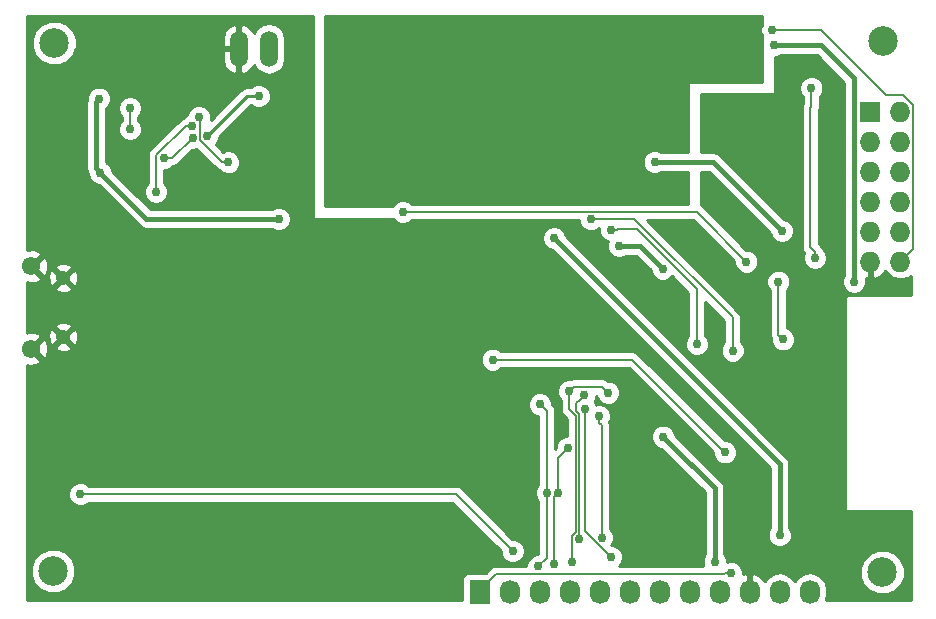
<source format=gbl>
G04 #@! TF.FileFunction,Copper,L2,Bot,Signal*
%FSLAX46Y46*%
G04 Gerber Fmt 4.6, Leading zero omitted, Abs format (unit mm)*
G04 Created by KiCad (PCBNEW 4.0.4+e1-6308~48~ubuntu16.04.1-stable) date Fri Oct  7 16:46:28 2016*
%MOMM*%
%LPD*%
G01*
G04 APERTURE LIST*
%ADD10C,0.150000*%
%ADD11R,1.727200X2.032000*%
%ADD12O,1.727200X2.032000*%
%ADD13C,2.500000*%
%ADD14O,1.506220X3.014980*%
%ADD15C,1.250000*%
%ADD16C,1.550000*%
%ADD17R,1.727200X1.727200*%
%ADD18O,1.727200X1.727200*%
%ADD19C,0.762000*%
%ADD20C,0.381000*%
%ADD21C,0.152400*%
%ADD22C,0.254000*%
G04 APERTURE END LIST*
D10*
D11*
X89800000Y-85800000D03*
D12*
X92340000Y-85800000D03*
X94880000Y-85800000D03*
X97420000Y-85800000D03*
X99960000Y-85800000D03*
X102500000Y-85800000D03*
X105040000Y-85800000D03*
X107580000Y-85800000D03*
X110120000Y-85800000D03*
X112660000Y-85800000D03*
X115200000Y-85800000D03*
X117740000Y-85800000D03*
D13*
X124000000Y-39100000D03*
X123900000Y-84100000D03*
X53700000Y-84000000D03*
X53800000Y-39300000D03*
D14*
X71970000Y-39800000D03*
X69430000Y-39800000D03*
D15*
X54562540Y-59199100D03*
X54562540Y-64199100D03*
D16*
X51862540Y-58199100D03*
X51862540Y-65199100D03*
D17*
X122900000Y-45100000D03*
D18*
X125440000Y-45100000D03*
X122900000Y-47640000D03*
X125440000Y-47640000D03*
X122900000Y-50180000D03*
X125440000Y-50180000D03*
X122900000Y-52720000D03*
X125440000Y-52720000D03*
X122900000Y-55260000D03*
X125440000Y-55260000D03*
X122900000Y-57800000D03*
X125440000Y-57800000D03*
D19*
X105321853Y-72617722D03*
X105291211Y-58396818D03*
X72800000Y-54200006D03*
X101599976Y-56500000D03*
X109700000Y-83200000D03*
X57600000Y-44000000D03*
X57700000Y-50300000D03*
X116000000Y-52000000D03*
X93700000Y-79300000D03*
X93000000Y-70000000D03*
X93000000Y-70000000D03*
X124500000Y-80100000D03*
X100459558Y-51534766D03*
X98100000Y-51100000D03*
X95693675Y-50874675D03*
X92450000Y-50250000D03*
X79300000Y-46300000D03*
X118800000Y-45900000D03*
X117000000Y-40700000D03*
X107723450Y-57627188D03*
X101800004Y-78100000D03*
X62900000Y-43019000D03*
X64400000Y-50322480D03*
X110475898Y-43956898D03*
X80000000Y-83000000D03*
X79500000Y-80000000D03*
X87500000Y-67546756D03*
X65100000Y-64300000D03*
X75400000Y-60000000D03*
X69529063Y-57770937D03*
X73600000Y-50700000D03*
X114700000Y-39500000D03*
X121500000Y-59500000D03*
X100900000Y-55100000D03*
X108200000Y-64800000D03*
X98686009Y-69120077D03*
X98235658Y-81300000D03*
X92600000Y-82300000D03*
X56000000Y-77500000D03*
X111220960Y-65341160D03*
X99200000Y-54226485D03*
X115400000Y-55200000D03*
X104626414Y-49372935D03*
X117900000Y-43100000D03*
X118200000Y-57500000D03*
X115200000Y-80977740D03*
X96100000Y-55800000D03*
X98700000Y-70286773D03*
X100900000Y-82800000D03*
X97390390Y-68784814D03*
X100700000Y-68900000D03*
X97595109Y-83252649D03*
X100131058Y-81168938D03*
X99900000Y-70900000D03*
X95490380Y-77376090D03*
X94900000Y-69900000D03*
X94783210Y-83619238D03*
X111099996Y-84200000D03*
X83300000Y-53600000D03*
X112400000Y-57800000D03*
X110561551Y-73954750D03*
X90900000Y-66100000D03*
X114600000Y-38200000D03*
X66719221Y-47179836D03*
X71100000Y-43800000D03*
X60199992Y-44800000D03*
X60200000Y-46600000D03*
X63100000Y-49000000D03*
X65500000Y-47300000D03*
X65495076Y-46285602D03*
X62400000Y-51900000D03*
X66036383Y-45548625D03*
X68500000Y-49400000D03*
X96425845Y-77376090D03*
X97253991Y-73600000D03*
X96100000Y-83400000D03*
X115100000Y-59500000D03*
X115500000Y-64400000D03*
D20*
X101599976Y-56500000D02*
X103394393Y-56500000D01*
X109700000Y-76995869D02*
X105702852Y-72998721D01*
X109700000Y-83200000D02*
X109700000Y-76995869D01*
X105702852Y-72998721D02*
X105321853Y-72617722D01*
X104910212Y-58015819D02*
X105291211Y-58396818D01*
X103394393Y-56500000D02*
X104910212Y-58015819D01*
X72261185Y-54200006D02*
X72800000Y-54200006D01*
X61600006Y-54200006D02*
X72261185Y-54200006D01*
X57700000Y-50300000D02*
X61600006Y-54200006D01*
X57319001Y-44280999D02*
X57600000Y-44000000D01*
X57319001Y-49919001D02*
X57319001Y-44280999D01*
X57700000Y-50300000D02*
X57319001Y-49919001D01*
X114700000Y-39500000D02*
X118700000Y-39500000D01*
X121500000Y-59500000D02*
X121500000Y-42300000D01*
X121500000Y-42300000D02*
X118700000Y-39500000D01*
D21*
X100900000Y-55100000D02*
X101438815Y-55100000D01*
X101438815Y-55100000D02*
X101454836Y-55083979D01*
X101454836Y-55083979D02*
X103132231Y-55083979D01*
X103132231Y-55083979D02*
X108200000Y-60151748D01*
X108200000Y-60151748D02*
X108200000Y-64800000D01*
X98006023Y-69800063D02*
X98305010Y-69501076D01*
X98305010Y-69501076D02*
X98686009Y-69120077D01*
X98006023Y-70495024D02*
X98006023Y-69800063D01*
X98235658Y-81300000D02*
X98235658Y-70724659D01*
X98235658Y-70724659D02*
X98006023Y-70495024D01*
X56000000Y-77500000D02*
X87800000Y-77500000D01*
X87800000Y-77500000D02*
X92600000Y-82300000D01*
X111220960Y-62536455D02*
X111220960Y-64802345D01*
X111220960Y-64802345D02*
X111220960Y-65341160D01*
X102910990Y-54226485D02*
X111220960Y-62536455D01*
X99200000Y-54226485D02*
X102910990Y-54226485D01*
D20*
X104626414Y-49372935D02*
X109572935Y-49372935D01*
X115019001Y-54819001D02*
X115400000Y-55200000D01*
X109572935Y-49372935D02*
X115019001Y-54819001D01*
D21*
X117900000Y-43100000D02*
X117900000Y-44700000D01*
X117900000Y-44700000D02*
X117800000Y-44800000D01*
X117800000Y-56561185D02*
X117800000Y-44800000D01*
X118200000Y-57500000D02*
X118200000Y-56961185D01*
X118200000Y-56961185D02*
X117800000Y-56561185D01*
D20*
X115200000Y-80977740D02*
X115200000Y-74900000D01*
X115200000Y-74900000D02*
X96100000Y-55800000D01*
D21*
X100900000Y-82800000D02*
X98700000Y-80600000D01*
X98700000Y-80600000D02*
X98700000Y-70286773D01*
X97930847Y-80702599D02*
X97930847Y-70850915D01*
X97595109Y-81038337D02*
X97930847Y-80702599D01*
X97595109Y-83252649D02*
X97595109Y-81038337D01*
X97771389Y-68403815D02*
X97390390Y-68784814D01*
X100700000Y-68900000D02*
X100203815Y-68403815D01*
X97390390Y-69323629D02*
X97390390Y-68784814D01*
X97390390Y-70310458D02*
X97390390Y-69323629D01*
X97930847Y-70850915D02*
X97390390Y-70310458D01*
X100203815Y-68403815D02*
X97771389Y-68403815D01*
X99900000Y-71438815D02*
X100131058Y-71669873D01*
X100131058Y-71669873D02*
X100131058Y-81168938D01*
X99900000Y-70900000D02*
X99900000Y-71438815D01*
X94783210Y-83619238D02*
X95490380Y-82912068D01*
X95490380Y-77914905D02*
X95490380Y-77376090D01*
X94900000Y-69900000D02*
X95490380Y-70490380D01*
X95490380Y-70490380D02*
X95490380Y-76837275D01*
X95490380Y-76837275D02*
X95490380Y-77376090D01*
X95490380Y-82912068D02*
X95490380Y-77914905D01*
X110488960Y-84272221D02*
X110561181Y-84200000D01*
X89800000Y-85800000D02*
X89800000Y-85647600D01*
X110561181Y-84200000D02*
X111099996Y-84200000D01*
X89800000Y-85647600D02*
X91175379Y-84272221D01*
X91175379Y-84272221D02*
X110488960Y-84272221D01*
X83838815Y-53600000D02*
X83300000Y-53600000D01*
X108200000Y-53600000D02*
X83838815Y-53600000D01*
X112400000Y-57800000D02*
X108200000Y-53600000D01*
X110180552Y-73573751D02*
X110561551Y-73954750D01*
X90900000Y-66100000D02*
X102706801Y-66100000D01*
X102706801Y-66100000D02*
X110180552Y-73573751D01*
X114600000Y-38200000D02*
X118700000Y-38200000D01*
X124227480Y-43727480D02*
X125683938Y-43727480D01*
X118700000Y-38200000D02*
X124227480Y-43727480D01*
X125683938Y-43727480D02*
X126532201Y-44575743D01*
X126532201Y-44575743D02*
X126532201Y-56707799D01*
X126532201Y-56707799D02*
X125440000Y-57800000D01*
D22*
X71100000Y-43800000D02*
X70099057Y-43800000D01*
X67100220Y-46798837D02*
X66719221Y-47179836D01*
X70099057Y-43800000D02*
X67100220Y-46798837D01*
D21*
X60200000Y-44800008D02*
X60199992Y-44800000D01*
X60200000Y-46600000D02*
X60200000Y-44800008D01*
X65500000Y-47300000D02*
X63800000Y-49000000D01*
X63800000Y-49000000D02*
X63100000Y-49000000D01*
X64912188Y-46285602D02*
X64956261Y-46285602D01*
X62400000Y-48797790D02*
X64912188Y-46285602D01*
X62400000Y-51900000D02*
X62400000Y-48797790D01*
X64956261Y-46285602D02*
X65495076Y-46285602D01*
X66109601Y-47548416D02*
X66109601Y-45621843D01*
X67961185Y-49400000D02*
X66109601Y-47548416D01*
X68500000Y-49400000D02*
X67961185Y-49400000D01*
X66109601Y-45621843D02*
X66036383Y-45548625D01*
X96100000Y-77701935D02*
X96425845Y-77376090D01*
X96100000Y-83400000D02*
X96100000Y-77701935D01*
X96425845Y-76837275D02*
X96425845Y-77376090D01*
X96425845Y-74428146D02*
X96425845Y-76837275D01*
X97253991Y-73600000D02*
X96425845Y-74428146D01*
X115500000Y-64400000D02*
X115100000Y-64000000D01*
X115100000Y-64000000D02*
X115100000Y-59500000D01*
D22*
G36*
X75673000Y-54100000D02*
X75683006Y-54149410D01*
X75711447Y-54191035D01*
X75753841Y-54218315D01*
X75800000Y-54227000D01*
X82490318Y-54227000D01*
X82723731Y-54460821D01*
X83097018Y-54615824D01*
X83501208Y-54616176D01*
X83874766Y-54461825D01*
X84025654Y-54311200D01*
X98183925Y-54311200D01*
X98183824Y-54427693D01*
X98338175Y-54801251D01*
X98623731Y-55087306D01*
X98997018Y-55242309D01*
X99401208Y-55242661D01*
X99774766Y-55088310D01*
X99884104Y-54979162D01*
X99883824Y-55301208D01*
X100038175Y-55674766D01*
X100323731Y-55960821D01*
X100664924Y-56102497D01*
X100584152Y-56297018D01*
X100583800Y-56701208D01*
X100738151Y-57074766D01*
X101023707Y-57360821D01*
X101396994Y-57515824D01*
X101801184Y-57516176D01*
X102174742Y-57361825D01*
X102211130Y-57325500D01*
X103052459Y-57325500D01*
X104275078Y-58548118D01*
X104275035Y-58598026D01*
X104429386Y-58971584D01*
X104714942Y-59257639D01*
X105088229Y-59412642D01*
X105492419Y-59412994D01*
X105865977Y-59258643D01*
X106083732Y-59041268D01*
X107488800Y-60446337D01*
X107488800Y-64074371D01*
X107339179Y-64223731D01*
X107184176Y-64597018D01*
X107183824Y-65001208D01*
X107338175Y-65374766D01*
X107623731Y-65660821D01*
X107997018Y-65815824D01*
X108401208Y-65816176D01*
X108774766Y-65661825D01*
X109060821Y-65376269D01*
X109215824Y-65002982D01*
X109216176Y-64598792D01*
X109061825Y-64225234D01*
X108911200Y-64074346D01*
X108911200Y-61232484D01*
X110509760Y-62831044D01*
X110509760Y-64615531D01*
X110360139Y-64764891D01*
X110205136Y-65138178D01*
X110204784Y-65542368D01*
X110359135Y-65915926D01*
X110644691Y-66201981D01*
X111017978Y-66356984D01*
X111422168Y-66357336D01*
X111795726Y-66202985D01*
X112081781Y-65917429D01*
X112236784Y-65544142D01*
X112237136Y-65139952D01*
X112082785Y-64766394D01*
X111932160Y-64615506D01*
X111932160Y-62536455D01*
X111878023Y-62264291D01*
X111878023Y-62264290D01*
X111723854Y-62033560D01*
X109391502Y-59701208D01*
X114083824Y-59701208D01*
X114238175Y-60074766D01*
X114388800Y-60225654D01*
X114388800Y-64000000D01*
X114442937Y-64272165D01*
X114484057Y-64333705D01*
X114483824Y-64601208D01*
X114638175Y-64974766D01*
X114923731Y-65260821D01*
X115297018Y-65415824D01*
X115701208Y-65416176D01*
X116074766Y-65261825D01*
X116360821Y-64976269D01*
X116515824Y-64602982D01*
X116516176Y-64198792D01*
X116361825Y-63825234D01*
X116076269Y-63539179D01*
X115811200Y-63429112D01*
X115811200Y-60225629D01*
X115960821Y-60076269D01*
X116115824Y-59702982D01*
X116116176Y-59298792D01*
X115961825Y-58925234D01*
X115676269Y-58639179D01*
X115302982Y-58484176D01*
X114898792Y-58483824D01*
X114525234Y-58638175D01*
X114239179Y-58923731D01*
X114084176Y-59297018D01*
X114083824Y-59701208D01*
X109391502Y-59701208D01*
X104001493Y-54311200D01*
X107905412Y-54311200D01*
X111384008Y-57789796D01*
X111383824Y-58001208D01*
X111538175Y-58374766D01*
X111823731Y-58660821D01*
X112197018Y-58815824D01*
X112601208Y-58816176D01*
X112974766Y-58661825D01*
X113260821Y-58376269D01*
X113415824Y-58002982D01*
X113416176Y-57598792D01*
X113261825Y-57225234D01*
X112976269Y-56939179D01*
X112602982Y-56784176D01*
X112389778Y-56783990D01*
X108702894Y-53097106D01*
X108527000Y-52979577D01*
X108527000Y-50198435D01*
X109231001Y-50198435D01*
X114383867Y-55351300D01*
X114383824Y-55401208D01*
X114538175Y-55774766D01*
X114823731Y-56060821D01*
X115197018Y-56215824D01*
X115601208Y-56216176D01*
X115974766Y-56061825D01*
X116260821Y-55776269D01*
X116415824Y-55402982D01*
X116416176Y-54998792D01*
X116261825Y-54625234D01*
X115976269Y-54339179D01*
X115602982Y-54184176D01*
X115551564Y-54184131D01*
X110156652Y-48789218D01*
X109888841Y-48610272D01*
X109572935Y-48547435D01*
X108527000Y-48547435D01*
X108527000Y-43627000D01*
X114700000Y-43627000D01*
X114749410Y-43616994D01*
X114791035Y-43588553D01*
X114818315Y-43546159D01*
X114827000Y-43500000D01*
X114827000Y-43301208D01*
X116883824Y-43301208D01*
X117038175Y-43674766D01*
X117188800Y-43825654D01*
X117188800Y-44459197D01*
X117142937Y-44527835D01*
X117116285Y-44661825D01*
X117088800Y-44800000D01*
X117088800Y-56561185D01*
X117142937Y-56833350D01*
X117287112Y-57049122D01*
X117184176Y-57297018D01*
X117183824Y-57701208D01*
X117338175Y-58074766D01*
X117623731Y-58360821D01*
X117997018Y-58515824D01*
X118401208Y-58516176D01*
X118774766Y-58361825D01*
X119060821Y-58076269D01*
X119215824Y-57702982D01*
X119216176Y-57298792D01*
X119061825Y-56925234D01*
X118864787Y-56727852D01*
X118857063Y-56689021D01*
X118771646Y-56561185D01*
X118702894Y-56458290D01*
X118511200Y-56266596D01*
X118511200Y-45040803D01*
X118557063Y-44972164D01*
X118611200Y-44700000D01*
X118611200Y-43825629D01*
X118760821Y-43676269D01*
X118915824Y-43302982D01*
X118916176Y-42898792D01*
X118761825Y-42525234D01*
X118476269Y-42239179D01*
X118102982Y-42084176D01*
X117698792Y-42083824D01*
X117325234Y-42238175D01*
X117039179Y-42523731D01*
X116884176Y-42897018D01*
X116883824Y-43301208D01*
X114827000Y-43301208D01*
X114827000Y-40516111D01*
X114901208Y-40516176D01*
X115274766Y-40361825D01*
X115311154Y-40325500D01*
X118358066Y-40325500D01*
X120674500Y-42641934D01*
X120674500Y-58888472D01*
X120639179Y-58923731D01*
X120484176Y-59297018D01*
X120483824Y-59701208D01*
X120638175Y-60074766D01*
X120923731Y-60360821D01*
X121297018Y-60515824D01*
X121701208Y-60516176D01*
X122074766Y-60361825D01*
X122360821Y-60076269D01*
X122515824Y-59702982D01*
X122516176Y-59298792D01*
X122487764Y-59230030D01*
X122540973Y-59254968D01*
X122773000Y-59134469D01*
X122773000Y-57927000D01*
X122753000Y-57927000D01*
X122753000Y-57673000D01*
X122773000Y-57673000D01*
X122773000Y-57653000D01*
X123027000Y-57653000D01*
X123027000Y-57673000D01*
X123047000Y-57673000D01*
X123047000Y-57927000D01*
X123027000Y-57927000D01*
X123027000Y-59134469D01*
X123259027Y-59254968D01*
X123788490Y-59006821D01*
X124170008Y-58588839D01*
X124350971Y-58859670D01*
X124837152Y-59184526D01*
X125410641Y-59298600D01*
X125469359Y-59298600D01*
X126042848Y-59184526D01*
X126325000Y-58995998D01*
X126325000Y-60673000D01*
X120900000Y-60673000D01*
X120850590Y-60683006D01*
X120808965Y-60711447D01*
X120781685Y-60753841D01*
X120773000Y-60800000D01*
X120773000Y-78800000D01*
X120783006Y-78849410D01*
X120811447Y-78891035D01*
X120853841Y-78918315D01*
X120900000Y-78927000D01*
X126325000Y-78927000D01*
X126325000Y-86435000D01*
X119149039Y-86435000D01*
X119238600Y-85984745D01*
X119238600Y-85615255D01*
X119124526Y-85041766D01*
X118799670Y-84555585D01*
X118676530Y-84473305D01*
X122014674Y-84473305D01*
X122301043Y-85166372D01*
X122830839Y-85697093D01*
X123523405Y-85984672D01*
X124273305Y-85985326D01*
X124966372Y-85698957D01*
X125497093Y-85169161D01*
X125784672Y-84476595D01*
X125785326Y-83726695D01*
X125498957Y-83033628D01*
X124969161Y-82502907D01*
X124276595Y-82215328D01*
X123526695Y-82214674D01*
X122833628Y-82501043D01*
X122302907Y-83030839D01*
X122015328Y-83723405D01*
X122014674Y-84473305D01*
X118676530Y-84473305D01*
X118313489Y-84230729D01*
X117740000Y-84116655D01*
X117166511Y-84230729D01*
X116680330Y-84555585D01*
X116470000Y-84870366D01*
X116259670Y-84555585D01*
X115773489Y-84230729D01*
X115200000Y-84116655D01*
X114626511Y-84230729D01*
X114140330Y-84555585D01*
X113933539Y-84865069D01*
X113562036Y-84449268D01*
X113034791Y-84195291D01*
X113019026Y-84192642D01*
X112787000Y-84313783D01*
X112787000Y-85673000D01*
X112807000Y-85673000D01*
X112807000Y-85927000D01*
X112787000Y-85927000D01*
X112787000Y-85947000D01*
X112533000Y-85947000D01*
X112533000Y-85927000D01*
X112513000Y-85927000D01*
X112513000Y-85673000D01*
X112533000Y-85673000D01*
X112533000Y-84313783D01*
X112300974Y-84192642D01*
X112285209Y-84195291D01*
X112115930Y-84276834D01*
X112116172Y-83998792D01*
X111961821Y-83625234D01*
X111676265Y-83339179D01*
X111302978Y-83184176D01*
X110898788Y-83183824D01*
X110715949Y-83259371D01*
X110716176Y-82998792D01*
X110561825Y-82625234D01*
X110525500Y-82588846D01*
X110525500Y-76995874D01*
X110525501Y-76995869D01*
X110462663Y-76679963D01*
X110283717Y-76412152D01*
X106337986Y-72466421D01*
X106338029Y-72416514D01*
X106183678Y-72042956D01*
X105898122Y-71756901D01*
X105524835Y-71601898D01*
X105120645Y-71601546D01*
X104747087Y-71755897D01*
X104461032Y-72041453D01*
X104306029Y-72414740D01*
X104305677Y-72818930D01*
X104460028Y-73192488D01*
X104745584Y-73478543D01*
X105118871Y-73633546D01*
X105170288Y-73633591D01*
X108874500Y-77337803D01*
X108874500Y-82588472D01*
X108839179Y-82623731D01*
X108684176Y-82997018D01*
X108683824Y-83401208D01*
X108749857Y-83561021D01*
X101575746Y-83561021D01*
X101760821Y-83376269D01*
X101915824Y-83002982D01*
X101916176Y-82598792D01*
X101761825Y-82225234D01*
X101476269Y-81939179D01*
X101102982Y-81784176D01*
X100952973Y-81784045D01*
X100991879Y-81745207D01*
X101146882Y-81371920D01*
X101147234Y-80967730D01*
X100992883Y-80594172D01*
X100842258Y-80443284D01*
X100842258Y-71669873D01*
X100789844Y-71406373D01*
X100915824Y-71102982D01*
X100916176Y-70698792D01*
X100761825Y-70325234D01*
X100476269Y-70039179D01*
X100102982Y-69884176D01*
X99698792Y-69883824D01*
X99642439Y-69907108D01*
X99561825Y-69712007D01*
X99546510Y-69696665D01*
X99546830Y-69696346D01*
X99701833Y-69323059D01*
X99701988Y-69145168D01*
X99838175Y-69474766D01*
X100123731Y-69760821D01*
X100497018Y-69915824D01*
X100901208Y-69916176D01*
X101274766Y-69761825D01*
X101560821Y-69476269D01*
X101715824Y-69102982D01*
X101716176Y-68698792D01*
X101561825Y-68325234D01*
X101276269Y-68039179D01*
X100902982Y-67884176D01*
X100681360Y-67883983D01*
X100475980Y-67746752D01*
X100203815Y-67692615D01*
X97771389Y-67692615D01*
X97499224Y-67746752D01*
X97466109Y-67768879D01*
X97189182Y-67768638D01*
X96815624Y-67922989D01*
X96529569Y-68208545D01*
X96374566Y-68581832D01*
X96374214Y-68986022D01*
X96528565Y-69359580D01*
X96679190Y-69510468D01*
X96679190Y-70310458D01*
X96733327Y-70582623D01*
X96887496Y-70813352D01*
X97219647Y-71145504D01*
X97219647Y-72583969D01*
X97052783Y-72583824D01*
X96679225Y-72738175D01*
X96393170Y-73023731D01*
X96238167Y-73397018D01*
X96237981Y-73610221D01*
X96201580Y-73646623D01*
X96201580Y-70490380D01*
X96147443Y-70218216D01*
X96069261Y-70101208D01*
X95993274Y-69987485D01*
X95915992Y-69910203D01*
X95916176Y-69698792D01*
X95761825Y-69325234D01*
X95476269Y-69039179D01*
X95102982Y-68884176D01*
X94698792Y-68883824D01*
X94325234Y-69038175D01*
X94039179Y-69323731D01*
X93884176Y-69697018D01*
X93883824Y-70101208D01*
X94038175Y-70474766D01*
X94323731Y-70760821D01*
X94697018Y-70915824D01*
X94779180Y-70915896D01*
X94779180Y-76650461D01*
X94629559Y-76799821D01*
X94474556Y-77173108D01*
X94474204Y-77577298D01*
X94628555Y-77950856D01*
X94779180Y-78101744D01*
X94779180Y-82603234D01*
X94582002Y-82603062D01*
X94208444Y-82757413D01*
X93922389Y-83042969D01*
X93767386Y-83416256D01*
X93767260Y-83561021D01*
X91175379Y-83561021D01*
X90903215Y-83615158D01*
X90672485Y-83769326D01*
X90305251Y-84136560D01*
X88936400Y-84136560D01*
X88701083Y-84180838D01*
X88484959Y-84319910D01*
X88339969Y-84532110D01*
X88288960Y-84784000D01*
X88288960Y-86435000D01*
X51495000Y-86435000D01*
X51495000Y-84373305D01*
X51814674Y-84373305D01*
X52101043Y-85066372D01*
X52630839Y-85597093D01*
X53323405Y-85884672D01*
X54073305Y-85885326D01*
X54766372Y-85598957D01*
X55297093Y-85069161D01*
X55584672Y-84376595D01*
X55585326Y-83626695D01*
X55298957Y-82933628D01*
X54769161Y-82402907D01*
X54076595Y-82115328D01*
X53326695Y-82114674D01*
X52633628Y-82401043D01*
X52102907Y-82930839D01*
X51815328Y-83623405D01*
X51814674Y-84373305D01*
X51495000Y-84373305D01*
X51495000Y-77701208D01*
X54983824Y-77701208D01*
X55138175Y-78074766D01*
X55423731Y-78360821D01*
X55797018Y-78515824D01*
X56201208Y-78516176D01*
X56574766Y-78361825D01*
X56725654Y-78211200D01*
X87505412Y-78211200D01*
X91584008Y-82289796D01*
X91583824Y-82501208D01*
X91738175Y-82874766D01*
X92023731Y-83160821D01*
X92397018Y-83315824D01*
X92801208Y-83316176D01*
X93174766Y-83161825D01*
X93460821Y-82876269D01*
X93615824Y-82502982D01*
X93616176Y-82098792D01*
X93461825Y-81725234D01*
X93176269Y-81439179D01*
X92802982Y-81284176D01*
X92589778Y-81283990D01*
X88302894Y-76997106D01*
X88072165Y-76842937D01*
X87800000Y-76788800D01*
X56725629Y-76788800D01*
X56576269Y-76639179D01*
X56202982Y-76484176D01*
X55798792Y-76483824D01*
X55425234Y-76638175D01*
X55139179Y-76923731D01*
X54984176Y-77297018D01*
X54983824Y-77701208D01*
X51495000Y-77701208D01*
X51495000Y-66565120D01*
X51651737Y-66621184D01*
X52211991Y-66593606D01*
X52601505Y-66432263D01*
X52639747Y-66301208D01*
X89883824Y-66301208D01*
X90038175Y-66674766D01*
X90323731Y-66960821D01*
X90697018Y-67115824D01*
X91101208Y-67116176D01*
X91474766Y-66961825D01*
X91625654Y-66811200D01*
X102412213Y-66811200D01*
X109545559Y-73944546D01*
X109545375Y-74155958D01*
X109699726Y-74529516D01*
X109985282Y-74815571D01*
X110358569Y-74970574D01*
X110762759Y-74970926D01*
X111136317Y-74816575D01*
X111422372Y-74531019D01*
X111577375Y-74157732D01*
X111577727Y-73753542D01*
X111423376Y-73379984D01*
X111137820Y-73093929D01*
X110764533Y-72938926D01*
X110551329Y-72938740D01*
X103209695Y-65597106D01*
X102978966Y-65442937D01*
X102706801Y-65388800D01*
X91625629Y-65388800D01*
X91476269Y-65239179D01*
X91102982Y-65084176D01*
X90698792Y-65083824D01*
X90325234Y-65238175D01*
X90039179Y-65523731D01*
X89884176Y-65897018D01*
X89883824Y-66301208D01*
X52639747Y-66301208D01*
X52672568Y-66188733D01*
X51862540Y-65378705D01*
X51848398Y-65392848D01*
X51668793Y-65213243D01*
X51682935Y-65199100D01*
X52042145Y-65199100D01*
X52852173Y-66009128D01*
X53095703Y-65938065D01*
X53284624Y-65409903D01*
X53268384Y-65079978D01*
X53861267Y-65079978D01*
X53913865Y-65307990D01*
X54387596Y-65471817D01*
X54887960Y-65441885D01*
X55211215Y-65307990D01*
X55263813Y-65079978D01*
X54562540Y-64378705D01*
X53861267Y-65079978D01*
X53268384Y-65079978D01*
X53257046Y-64849649D01*
X53095703Y-64460135D01*
X52852173Y-64389072D01*
X52042145Y-65199100D01*
X51682935Y-65199100D01*
X51668793Y-65184958D01*
X51848398Y-65005353D01*
X51862540Y-65019495D01*
X52672568Y-64209467D01*
X52618494Y-64024156D01*
X53289823Y-64024156D01*
X53319755Y-64524520D01*
X53453650Y-64847775D01*
X53681662Y-64900373D01*
X54382935Y-64199100D01*
X54742145Y-64199100D01*
X55443418Y-64900373D01*
X55671430Y-64847775D01*
X55835257Y-64374044D01*
X55805325Y-63873680D01*
X55671430Y-63550425D01*
X55443418Y-63497827D01*
X54742145Y-64199100D01*
X54382935Y-64199100D01*
X53681662Y-63497827D01*
X53453650Y-63550425D01*
X53289823Y-64024156D01*
X52618494Y-64024156D01*
X52601505Y-63965937D01*
X52073343Y-63777016D01*
X51513089Y-63804594D01*
X51495000Y-63812087D01*
X51495000Y-63318222D01*
X53861267Y-63318222D01*
X54562540Y-64019495D01*
X55263813Y-63318222D01*
X55211215Y-63090210D01*
X54737484Y-62926383D01*
X54237120Y-62956315D01*
X53913865Y-63090210D01*
X53861267Y-63318222D01*
X51495000Y-63318222D01*
X51495000Y-60079978D01*
X53861267Y-60079978D01*
X53913865Y-60307990D01*
X54387596Y-60471817D01*
X54887960Y-60441885D01*
X55211215Y-60307990D01*
X55263813Y-60079978D01*
X54562540Y-59378705D01*
X53861267Y-60079978D01*
X51495000Y-60079978D01*
X51495000Y-59565120D01*
X51651737Y-59621184D01*
X52211991Y-59593606D01*
X52601505Y-59432263D01*
X52672568Y-59188733D01*
X52507991Y-59024156D01*
X53289823Y-59024156D01*
X53319755Y-59524520D01*
X53453650Y-59847775D01*
X53681662Y-59900373D01*
X54382935Y-59199100D01*
X54742145Y-59199100D01*
X55443418Y-59900373D01*
X55671430Y-59847775D01*
X55835257Y-59374044D01*
X55805325Y-58873680D01*
X55671430Y-58550425D01*
X55443418Y-58497827D01*
X54742145Y-59199100D01*
X54382935Y-59199100D01*
X53681662Y-58497827D01*
X53453650Y-58550425D01*
X53289823Y-59024156D01*
X52507991Y-59024156D01*
X51862540Y-58378705D01*
X51848398Y-58392848D01*
X51668793Y-58213243D01*
X51682935Y-58199100D01*
X52042145Y-58199100D01*
X52852173Y-59009128D01*
X53095703Y-58938065D01*
X53284624Y-58409903D01*
X53280112Y-58318222D01*
X53861267Y-58318222D01*
X54562540Y-59019495D01*
X55263813Y-58318222D01*
X55211215Y-58090210D01*
X54737484Y-57926383D01*
X54237120Y-57956315D01*
X53913865Y-58090210D01*
X53861267Y-58318222D01*
X53280112Y-58318222D01*
X53257046Y-57849649D01*
X53095703Y-57460135D01*
X52852173Y-57389072D01*
X52042145Y-58199100D01*
X51682935Y-58199100D01*
X51668793Y-58184958D01*
X51848398Y-58005353D01*
X51862540Y-58019495D01*
X52672568Y-57209467D01*
X52601505Y-56965937D01*
X52073343Y-56777016D01*
X51513089Y-56804594D01*
X51495000Y-56812087D01*
X51495000Y-56001208D01*
X95083824Y-56001208D01*
X95238175Y-56374766D01*
X95523731Y-56660821D01*
X95897018Y-56815824D01*
X95948435Y-56815869D01*
X114374500Y-75241934D01*
X114374500Y-80366212D01*
X114339179Y-80401471D01*
X114184176Y-80774758D01*
X114183824Y-81178948D01*
X114338175Y-81552506D01*
X114623731Y-81838561D01*
X114997018Y-81993564D01*
X115401208Y-81993916D01*
X115774766Y-81839565D01*
X116060821Y-81554009D01*
X116215824Y-81180722D01*
X116216176Y-80776532D01*
X116061825Y-80402974D01*
X116025500Y-80366586D01*
X116025500Y-74900000D01*
X115968974Y-74615824D01*
X115962663Y-74584094D01*
X115783717Y-74316283D01*
X97116133Y-55648699D01*
X97116176Y-55598792D01*
X96961825Y-55225234D01*
X96676269Y-54939179D01*
X96302982Y-54784176D01*
X95898792Y-54783824D01*
X95525234Y-54938175D01*
X95239179Y-55223731D01*
X95084176Y-55597018D01*
X95083824Y-56001208D01*
X51495000Y-56001208D01*
X51495000Y-44280999D01*
X56493501Y-44280999D01*
X56493501Y-49919001D01*
X56556338Y-50234907D01*
X56683890Y-50425801D01*
X56683824Y-50501208D01*
X56838175Y-50874766D01*
X57123731Y-51160821D01*
X57497018Y-51315824D01*
X57548435Y-51315869D01*
X61016287Y-54783720D01*
X61016289Y-54783723D01*
X61284101Y-54962669D01*
X61600006Y-55025506D01*
X72188472Y-55025506D01*
X72223731Y-55060827D01*
X72597018Y-55215830D01*
X73001208Y-55216182D01*
X73374766Y-55061831D01*
X73660821Y-54776275D01*
X73815824Y-54402988D01*
X73816176Y-53998798D01*
X73661825Y-53625240D01*
X73376269Y-53339185D01*
X73002982Y-53184182D01*
X72598792Y-53183830D01*
X72225234Y-53338181D01*
X72188846Y-53374506D01*
X61941939Y-53374506D01*
X60668642Y-52101208D01*
X61383824Y-52101208D01*
X61538175Y-52474766D01*
X61823731Y-52760821D01*
X62197018Y-52915824D01*
X62601208Y-52916176D01*
X62974766Y-52761825D01*
X63260821Y-52476269D01*
X63415824Y-52102982D01*
X63416176Y-51698792D01*
X63261825Y-51325234D01*
X63111200Y-51174346D01*
X63111200Y-50016011D01*
X63301208Y-50016176D01*
X63674766Y-49861825D01*
X63832038Y-49704827D01*
X64072165Y-49657063D01*
X64302894Y-49502894D01*
X65489796Y-48315992D01*
X65701208Y-48316176D01*
X65821761Y-48266364D01*
X67458291Y-49902894D01*
X67689020Y-50057063D01*
X67728085Y-50064833D01*
X67923731Y-50260821D01*
X68297018Y-50415824D01*
X68701208Y-50416176D01*
X69074766Y-50261825D01*
X69360821Y-49976269D01*
X69515824Y-49602982D01*
X69516176Y-49198792D01*
X69361825Y-48825234D01*
X69076269Y-48539179D01*
X68702982Y-48384176D01*
X68298792Y-48383824D01*
X68052544Y-48485571D01*
X67451448Y-47884475D01*
X67580042Y-47756105D01*
X67735045Y-47382818D01*
X67735168Y-47241519D01*
X70414687Y-44562000D01*
X70425082Y-44562000D01*
X70523731Y-44660821D01*
X70897018Y-44815824D01*
X71301208Y-44816176D01*
X71674766Y-44661825D01*
X71960821Y-44376269D01*
X72115824Y-44002982D01*
X72116176Y-43598792D01*
X71961825Y-43225234D01*
X71676269Y-42939179D01*
X71302982Y-42784176D01*
X70898792Y-42783824D01*
X70525234Y-42938175D01*
X70425235Y-43038000D01*
X70099057Y-43038000D01*
X69807452Y-43096004D01*
X69595933Y-43237337D01*
X69560242Y-43261185D01*
X67039700Y-45781727D01*
X67052207Y-45751607D01*
X67052559Y-45347417D01*
X66898208Y-44973859D01*
X66612652Y-44687804D01*
X66239365Y-44532801D01*
X65835175Y-44532449D01*
X65461617Y-44686800D01*
X65175562Y-44972356D01*
X65020559Y-45345643D01*
X65020527Y-45382368D01*
X64920310Y-45423777D01*
X64733895Y-45609867D01*
X64640024Y-45628539D01*
X64640022Y-45628540D01*
X64640023Y-45628540D01*
X64409293Y-45782708D01*
X61897106Y-48294896D01*
X61742937Y-48525625D01*
X61708317Y-48699670D01*
X61688800Y-48797790D01*
X61688800Y-51174371D01*
X61539179Y-51323731D01*
X61384176Y-51697018D01*
X61383824Y-52101208D01*
X60668642Y-52101208D01*
X58716133Y-50148699D01*
X58716176Y-50098792D01*
X58561825Y-49725234D01*
X58276269Y-49439179D01*
X58144501Y-49384464D01*
X58144501Y-45001208D01*
X59183816Y-45001208D01*
X59338167Y-45374766D01*
X59488800Y-45525662D01*
X59488800Y-45874371D01*
X59339179Y-46023731D01*
X59184176Y-46397018D01*
X59183824Y-46801208D01*
X59338175Y-47174766D01*
X59623731Y-47460821D01*
X59997018Y-47615824D01*
X60401208Y-47616176D01*
X60774766Y-47461825D01*
X61060821Y-47176269D01*
X61215824Y-46802982D01*
X61216176Y-46398792D01*
X61061825Y-46025234D01*
X60911200Y-45874346D01*
X60911200Y-45525621D01*
X61060813Y-45376269D01*
X61215816Y-45002982D01*
X61216168Y-44598792D01*
X61061817Y-44225234D01*
X60776261Y-43939179D01*
X60402974Y-43784176D01*
X59998784Y-43783824D01*
X59625226Y-43938175D01*
X59339171Y-44223731D01*
X59184168Y-44597018D01*
X59183816Y-45001208D01*
X58144501Y-45001208D01*
X58144501Y-44874330D01*
X58174766Y-44861825D01*
X58460821Y-44576269D01*
X58615824Y-44202982D01*
X58616176Y-43798792D01*
X58461825Y-43425234D01*
X58176269Y-43139179D01*
X57802982Y-42984176D01*
X57398792Y-42983824D01*
X57025234Y-43138175D01*
X56739179Y-43423731D01*
X56584176Y-43797018D01*
X56584066Y-43923596D01*
X56556338Y-43965093D01*
X56526356Y-44115824D01*
X56493501Y-44280999D01*
X51495000Y-44280999D01*
X51495000Y-39673305D01*
X51914674Y-39673305D01*
X52201043Y-40366372D01*
X52730839Y-40897093D01*
X53423405Y-41184672D01*
X54173305Y-41185326D01*
X54866372Y-40898957D01*
X55397093Y-40369161D01*
X55580694Y-39927000D01*
X68041890Y-39927000D01*
X68041890Y-40681380D01*
X68196154Y-41202919D01*
X68538260Y-41625724D01*
X69016125Y-41885427D01*
X69088326Y-41899783D01*
X69303000Y-41777162D01*
X69303000Y-39927000D01*
X68041890Y-39927000D01*
X55580694Y-39927000D01*
X55684672Y-39676595D01*
X55685326Y-38926695D01*
X55681990Y-38918620D01*
X68041890Y-38918620D01*
X68041890Y-39673000D01*
X69303000Y-39673000D01*
X69303000Y-37822838D01*
X69557000Y-37822838D01*
X69557000Y-39673000D01*
X69577000Y-39673000D01*
X69577000Y-39927000D01*
X69557000Y-39927000D01*
X69557000Y-41777162D01*
X69771674Y-41899783D01*
X69843875Y-41885427D01*
X70321740Y-41625724D01*
X70663846Y-41202919D01*
X70686984Y-41124694D01*
X70687554Y-41127561D01*
X70988458Y-41577896D01*
X71438793Y-41878800D01*
X71970000Y-41984464D01*
X72501207Y-41878800D01*
X72951542Y-41577896D01*
X73252446Y-41127561D01*
X73358110Y-40596354D01*
X73358110Y-39003646D01*
X73252446Y-38472439D01*
X72951542Y-38022104D01*
X72501207Y-37721200D01*
X71970000Y-37615536D01*
X71438793Y-37721200D01*
X70988458Y-38022104D01*
X70687554Y-38472439D01*
X70686984Y-38475306D01*
X70663846Y-38397081D01*
X70321740Y-37974276D01*
X69843875Y-37714573D01*
X69771674Y-37700217D01*
X69557000Y-37822838D01*
X69303000Y-37822838D01*
X69088326Y-37700217D01*
X69016125Y-37714573D01*
X68538260Y-37974276D01*
X68196154Y-38397081D01*
X68041890Y-38918620D01*
X55681990Y-38918620D01*
X55398957Y-38233628D01*
X54869161Y-37702907D01*
X54176595Y-37415328D01*
X53426695Y-37414674D01*
X52733628Y-37701043D01*
X52202907Y-38230839D01*
X51915328Y-38923405D01*
X51914674Y-39673305D01*
X51495000Y-39673305D01*
X51495000Y-37005000D01*
X75673000Y-37005000D01*
X75673000Y-54100000D01*
X75673000Y-54100000D01*
G37*
X75673000Y-54100000D02*
X75683006Y-54149410D01*
X75711447Y-54191035D01*
X75753841Y-54218315D01*
X75800000Y-54227000D01*
X82490318Y-54227000D01*
X82723731Y-54460821D01*
X83097018Y-54615824D01*
X83501208Y-54616176D01*
X83874766Y-54461825D01*
X84025654Y-54311200D01*
X98183925Y-54311200D01*
X98183824Y-54427693D01*
X98338175Y-54801251D01*
X98623731Y-55087306D01*
X98997018Y-55242309D01*
X99401208Y-55242661D01*
X99774766Y-55088310D01*
X99884104Y-54979162D01*
X99883824Y-55301208D01*
X100038175Y-55674766D01*
X100323731Y-55960821D01*
X100664924Y-56102497D01*
X100584152Y-56297018D01*
X100583800Y-56701208D01*
X100738151Y-57074766D01*
X101023707Y-57360821D01*
X101396994Y-57515824D01*
X101801184Y-57516176D01*
X102174742Y-57361825D01*
X102211130Y-57325500D01*
X103052459Y-57325500D01*
X104275078Y-58548118D01*
X104275035Y-58598026D01*
X104429386Y-58971584D01*
X104714942Y-59257639D01*
X105088229Y-59412642D01*
X105492419Y-59412994D01*
X105865977Y-59258643D01*
X106083732Y-59041268D01*
X107488800Y-60446337D01*
X107488800Y-64074371D01*
X107339179Y-64223731D01*
X107184176Y-64597018D01*
X107183824Y-65001208D01*
X107338175Y-65374766D01*
X107623731Y-65660821D01*
X107997018Y-65815824D01*
X108401208Y-65816176D01*
X108774766Y-65661825D01*
X109060821Y-65376269D01*
X109215824Y-65002982D01*
X109216176Y-64598792D01*
X109061825Y-64225234D01*
X108911200Y-64074346D01*
X108911200Y-61232484D01*
X110509760Y-62831044D01*
X110509760Y-64615531D01*
X110360139Y-64764891D01*
X110205136Y-65138178D01*
X110204784Y-65542368D01*
X110359135Y-65915926D01*
X110644691Y-66201981D01*
X111017978Y-66356984D01*
X111422168Y-66357336D01*
X111795726Y-66202985D01*
X112081781Y-65917429D01*
X112236784Y-65544142D01*
X112237136Y-65139952D01*
X112082785Y-64766394D01*
X111932160Y-64615506D01*
X111932160Y-62536455D01*
X111878023Y-62264291D01*
X111878023Y-62264290D01*
X111723854Y-62033560D01*
X109391502Y-59701208D01*
X114083824Y-59701208D01*
X114238175Y-60074766D01*
X114388800Y-60225654D01*
X114388800Y-64000000D01*
X114442937Y-64272165D01*
X114484057Y-64333705D01*
X114483824Y-64601208D01*
X114638175Y-64974766D01*
X114923731Y-65260821D01*
X115297018Y-65415824D01*
X115701208Y-65416176D01*
X116074766Y-65261825D01*
X116360821Y-64976269D01*
X116515824Y-64602982D01*
X116516176Y-64198792D01*
X116361825Y-63825234D01*
X116076269Y-63539179D01*
X115811200Y-63429112D01*
X115811200Y-60225629D01*
X115960821Y-60076269D01*
X116115824Y-59702982D01*
X116116176Y-59298792D01*
X115961825Y-58925234D01*
X115676269Y-58639179D01*
X115302982Y-58484176D01*
X114898792Y-58483824D01*
X114525234Y-58638175D01*
X114239179Y-58923731D01*
X114084176Y-59297018D01*
X114083824Y-59701208D01*
X109391502Y-59701208D01*
X104001493Y-54311200D01*
X107905412Y-54311200D01*
X111384008Y-57789796D01*
X111383824Y-58001208D01*
X111538175Y-58374766D01*
X111823731Y-58660821D01*
X112197018Y-58815824D01*
X112601208Y-58816176D01*
X112974766Y-58661825D01*
X113260821Y-58376269D01*
X113415824Y-58002982D01*
X113416176Y-57598792D01*
X113261825Y-57225234D01*
X112976269Y-56939179D01*
X112602982Y-56784176D01*
X112389778Y-56783990D01*
X108702894Y-53097106D01*
X108527000Y-52979577D01*
X108527000Y-50198435D01*
X109231001Y-50198435D01*
X114383867Y-55351300D01*
X114383824Y-55401208D01*
X114538175Y-55774766D01*
X114823731Y-56060821D01*
X115197018Y-56215824D01*
X115601208Y-56216176D01*
X115974766Y-56061825D01*
X116260821Y-55776269D01*
X116415824Y-55402982D01*
X116416176Y-54998792D01*
X116261825Y-54625234D01*
X115976269Y-54339179D01*
X115602982Y-54184176D01*
X115551564Y-54184131D01*
X110156652Y-48789218D01*
X109888841Y-48610272D01*
X109572935Y-48547435D01*
X108527000Y-48547435D01*
X108527000Y-43627000D01*
X114700000Y-43627000D01*
X114749410Y-43616994D01*
X114791035Y-43588553D01*
X114818315Y-43546159D01*
X114827000Y-43500000D01*
X114827000Y-43301208D01*
X116883824Y-43301208D01*
X117038175Y-43674766D01*
X117188800Y-43825654D01*
X117188800Y-44459197D01*
X117142937Y-44527835D01*
X117116285Y-44661825D01*
X117088800Y-44800000D01*
X117088800Y-56561185D01*
X117142937Y-56833350D01*
X117287112Y-57049122D01*
X117184176Y-57297018D01*
X117183824Y-57701208D01*
X117338175Y-58074766D01*
X117623731Y-58360821D01*
X117997018Y-58515824D01*
X118401208Y-58516176D01*
X118774766Y-58361825D01*
X119060821Y-58076269D01*
X119215824Y-57702982D01*
X119216176Y-57298792D01*
X119061825Y-56925234D01*
X118864787Y-56727852D01*
X118857063Y-56689021D01*
X118771646Y-56561185D01*
X118702894Y-56458290D01*
X118511200Y-56266596D01*
X118511200Y-45040803D01*
X118557063Y-44972164D01*
X118611200Y-44700000D01*
X118611200Y-43825629D01*
X118760821Y-43676269D01*
X118915824Y-43302982D01*
X118916176Y-42898792D01*
X118761825Y-42525234D01*
X118476269Y-42239179D01*
X118102982Y-42084176D01*
X117698792Y-42083824D01*
X117325234Y-42238175D01*
X117039179Y-42523731D01*
X116884176Y-42897018D01*
X116883824Y-43301208D01*
X114827000Y-43301208D01*
X114827000Y-40516111D01*
X114901208Y-40516176D01*
X115274766Y-40361825D01*
X115311154Y-40325500D01*
X118358066Y-40325500D01*
X120674500Y-42641934D01*
X120674500Y-58888472D01*
X120639179Y-58923731D01*
X120484176Y-59297018D01*
X120483824Y-59701208D01*
X120638175Y-60074766D01*
X120923731Y-60360821D01*
X121297018Y-60515824D01*
X121701208Y-60516176D01*
X122074766Y-60361825D01*
X122360821Y-60076269D01*
X122515824Y-59702982D01*
X122516176Y-59298792D01*
X122487764Y-59230030D01*
X122540973Y-59254968D01*
X122773000Y-59134469D01*
X122773000Y-57927000D01*
X122753000Y-57927000D01*
X122753000Y-57673000D01*
X122773000Y-57673000D01*
X122773000Y-57653000D01*
X123027000Y-57653000D01*
X123027000Y-57673000D01*
X123047000Y-57673000D01*
X123047000Y-57927000D01*
X123027000Y-57927000D01*
X123027000Y-59134469D01*
X123259027Y-59254968D01*
X123788490Y-59006821D01*
X124170008Y-58588839D01*
X124350971Y-58859670D01*
X124837152Y-59184526D01*
X125410641Y-59298600D01*
X125469359Y-59298600D01*
X126042848Y-59184526D01*
X126325000Y-58995998D01*
X126325000Y-60673000D01*
X120900000Y-60673000D01*
X120850590Y-60683006D01*
X120808965Y-60711447D01*
X120781685Y-60753841D01*
X120773000Y-60800000D01*
X120773000Y-78800000D01*
X120783006Y-78849410D01*
X120811447Y-78891035D01*
X120853841Y-78918315D01*
X120900000Y-78927000D01*
X126325000Y-78927000D01*
X126325000Y-86435000D01*
X119149039Y-86435000D01*
X119238600Y-85984745D01*
X119238600Y-85615255D01*
X119124526Y-85041766D01*
X118799670Y-84555585D01*
X118676530Y-84473305D01*
X122014674Y-84473305D01*
X122301043Y-85166372D01*
X122830839Y-85697093D01*
X123523405Y-85984672D01*
X124273305Y-85985326D01*
X124966372Y-85698957D01*
X125497093Y-85169161D01*
X125784672Y-84476595D01*
X125785326Y-83726695D01*
X125498957Y-83033628D01*
X124969161Y-82502907D01*
X124276595Y-82215328D01*
X123526695Y-82214674D01*
X122833628Y-82501043D01*
X122302907Y-83030839D01*
X122015328Y-83723405D01*
X122014674Y-84473305D01*
X118676530Y-84473305D01*
X118313489Y-84230729D01*
X117740000Y-84116655D01*
X117166511Y-84230729D01*
X116680330Y-84555585D01*
X116470000Y-84870366D01*
X116259670Y-84555585D01*
X115773489Y-84230729D01*
X115200000Y-84116655D01*
X114626511Y-84230729D01*
X114140330Y-84555585D01*
X113933539Y-84865069D01*
X113562036Y-84449268D01*
X113034791Y-84195291D01*
X113019026Y-84192642D01*
X112787000Y-84313783D01*
X112787000Y-85673000D01*
X112807000Y-85673000D01*
X112807000Y-85927000D01*
X112787000Y-85927000D01*
X112787000Y-85947000D01*
X112533000Y-85947000D01*
X112533000Y-85927000D01*
X112513000Y-85927000D01*
X112513000Y-85673000D01*
X112533000Y-85673000D01*
X112533000Y-84313783D01*
X112300974Y-84192642D01*
X112285209Y-84195291D01*
X112115930Y-84276834D01*
X112116172Y-83998792D01*
X111961821Y-83625234D01*
X111676265Y-83339179D01*
X111302978Y-83184176D01*
X110898788Y-83183824D01*
X110715949Y-83259371D01*
X110716176Y-82998792D01*
X110561825Y-82625234D01*
X110525500Y-82588846D01*
X110525500Y-76995874D01*
X110525501Y-76995869D01*
X110462663Y-76679963D01*
X110283717Y-76412152D01*
X106337986Y-72466421D01*
X106338029Y-72416514D01*
X106183678Y-72042956D01*
X105898122Y-71756901D01*
X105524835Y-71601898D01*
X105120645Y-71601546D01*
X104747087Y-71755897D01*
X104461032Y-72041453D01*
X104306029Y-72414740D01*
X104305677Y-72818930D01*
X104460028Y-73192488D01*
X104745584Y-73478543D01*
X105118871Y-73633546D01*
X105170288Y-73633591D01*
X108874500Y-77337803D01*
X108874500Y-82588472D01*
X108839179Y-82623731D01*
X108684176Y-82997018D01*
X108683824Y-83401208D01*
X108749857Y-83561021D01*
X101575746Y-83561021D01*
X101760821Y-83376269D01*
X101915824Y-83002982D01*
X101916176Y-82598792D01*
X101761825Y-82225234D01*
X101476269Y-81939179D01*
X101102982Y-81784176D01*
X100952973Y-81784045D01*
X100991879Y-81745207D01*
X101146882Y-81371920D01*
X101147234Y-80967730D01*
X100992883Y-80594172D01*
X100842258Y-80443284D01*
X100842258Y-71669873D01*
X100789844Y-71406373D01*
X100915824Y-71102982D01*
X100916176Y-70698792D01*
X100761825Y-70325234D01*
X100476269Y-70039179D01*
X100102982Y-69884176D01*
X99698792Y-69883824D01*
X99642439Y-69907108D01*
X99561825Y-69712007D01*
X99546510Y-69696665D01*
X99546830Y-69696346D01*
X99701833Y-69323059D01*
X99701988Y-69145168D01*
X99838175Y-69474766D01*
X100123731Y-69760821D01*
X100497018Y-69915824D01*
X100901208Y-69916176D01*
X101274766Y-69761825D01*
X101560821Y-69476269D01*
X101715824Y-69102982D01*
X101716176Y-68698792D01*
X101561825Y-68325234D01*
X101276269Y-68039179D01*
X100902982Y-67884176D01*
X100681360Y-67883983D01*
X100475980Y-67746752D01*
X100203815Y-67692615D01*
X97771389Y-67692615D01*
X97499224Y-67746752D01*
X97466109Y-67768879D01*
X97189182Y-67768638D01*
X96815624Y-67922989D01*
X96529569Y-68208545D01*
X96374566Y-68581832D01*
X96374214Y-68986022D01*
X96528565Y-69359580D01*
X96679190Y-69510468D01*
X96679190Y-70310458D01*
X96733327Y-70582623D01*
X96887496Y-70813352D01*
X97219647Y-71145504D01*
X97219647Y-72583969D01*
X97052783Y-72583824D01*
X96679225Y-72738175D01*
X96393170Y-73023731D01*
X96238167Y-73397018D01*
X96237981Y-73610221D01*
X96201580Y-73646623D01*
X96201580Y-70490380D01*
X96147443Y-70218216D01*
X96069261Y-70101208D01*
X95993274Y-69987485D01*
X95915992Y-69910203D01*
X95916176Y-69698792D01*
X95761825Y-69325234D01*
X95476269Y-69039179D01*
X95102982Y-68884176D01*
X94698792Y-68883824D01*
X94325234Y-69038175D01*
X94039179Y-69323731D01*
X93884176Y-69697018D01*
X93883824Y-70101208D01*
X94038175Y-70474766D01*
X94323731Y-70760821D01*
X94697018Y-70915824D01*
X94779180Y-70915896D01*
X94779180Y-76650461D01*
X94629559Y-76799821D01*
X94474556Y-77173108D01*
X94474204Y-77577298D01*
X94628555Y-77950856D01*
X94779180Y-78101744D01*
X94779180Y-82603234D01*
X94582002Y-82603062D01*
X94208444Y-82757413D01*
X93922389Y-83042969D01*
X93767386Y-83416256D01*
X93767260Y-83561021D01*
X91175379Y-83561021D01*
X90903215Y-83615158D01*
X90672485Y-83769326D01*
X90305251Y-84136560D01*
X88936400Y-84136560D01*
X88701083Y-84180838D01*
X88484959Y-84319910D01*
X88339969Y-84532110D01*
X88288960Y-84784000D01*
X88288960Y-86435000D01*
X51495000Y-86435000D01*
X51495000Y-84373305D01*
X51814674Y-84373305D01*
X52101043Y-85066372D01*
X52630839Y-85597093D01*
X53323405Y-85884672D01*
X54073305Y-85885326D01*
X54766372Y-85598957D01*
X55297093Y-85069161D01*
X55584672Y-84376595D01*
X55585326Y-83626695D01*
X55298957Y-82933628D01*
X54769161Y-82402907D01*
X54076595Y-82115328D01*
X53326695Y-82114674D01*
X52633628Y-82401043D01*
X52102907Y-82930839D01*
X51815328Y-83623405D01*
X51814674Y-84373305D01*
X51495000Y-84373305D01*
X51495000Y-77701208D01*
X54983824Y-77701208D01*
X55138175Y-78074766D01*
X55423731Y-78360821D01*
X55797018Y-78515824D01*
X56201208Y-78516176D01*
X56574766Y-78361825D01*
X56725654Y-78211200D01*
X87505412Y-78211200D01*
X91584008Y-82289796D01*
X91583824Y-82501208D01*
X91738175Y-82874766D01*
X92023731Y-83160821D01*
X92397018Y-83315824D01*
X92801208Y-83316176D01*
X93174766Y-83161825D01*
X93460821Y-82876269D01*
X93615824Y-82502982D01*
X93616176Y-82098792D01*
X93461825Y-81725234D01*
X93176269Y-81439179D01*
X92802982Y-81284176D01*
X92589778Y-81283990D01*
X88302894Y-76997106D01*
X88072165Y-76842937D01*
X87800000Y-76788800D01*
X56725629Y-76788800D01*
X56576269Y-76639179D01*
X56202982Y-76484176D01*
X55798792Y-76483824D01*
X55425234Y-76638175D01*
X55139179Y-76923731D01*
X54984176Y-77297018D01*
X54983824Y-77701208D01*
X51495000Y-77701208D01*
X51495000Y-66565120D01*
X51651737Y-66621184D01*
X52211991Y-66593606D01*
X52601505Y-66432263D01*
X52639747Y-66301208D01*
X89883824Y-66301208D01*
X90038175Y-66674766D01*
X90323731Y-66960821D01*
X90697018Y-67115824D01*
X91101208Y-67116176D01*
X91474766Y-66961825D01*
X91625654Y-66811200D01*
X102412213Y-66811200D01*
X109545559Y-73944546D01*
X109545375Y-74155958D01*
X109699726Y-74529516D01*
X109985282Y-74815571D01*
X110358569Y-74970574D01*
X110762759Y-74970926D01*
X111136317Y-74816575D01*
X111422372Y-74531019D01*
X111577375Y-74157732D01*
X111577727Y-73753542D01*
X111423376Y-73379984D01*
X111137820Y-73093929D01*
X110764533Y-72938926D01*
X110551329Y-72938740D01*
X103209695Y-65597106D01*
X102978966Y-65442937D01*
X102706801Y-65388800D01*
X91625629Y-65388800D01*
X91476269Y-65239179D01*
X91102982Y-65084176D01*
X90698792Y-65083824D01*
X90325234Y-65238175D01*
X90039179Y-65523731D01*
X89884176Y-65897018D01*
X89883824Y-66301208D01*
X52639747Y-66301208D01*
X52672568Y-66188733D01*
X51862540Y-65378705D01*
X51848398Y-65392848D01*
X51668793Y-65213243D01*
X51682935Y-65199100D01*
X52042145Y-65199100D01*
X52852173Y-66009128D01*
X53095703Y-65938065D01*
X53284624Y-65409903D01*
X53268384Y-65079978D01*
X53861267Y-65079978D01*
X53913865Y-65307990D01*
X54387596Y-65471817D01*
X54887960Y-65441885D01*
X55211215Y-65307990D01*
X55263813Y-65079978D01*
X54562540Y-64378705D01*
X53861267Y-65079978D01*
X53268384Y-65079978D01*
X53257046Y-64849649D01*
X53095703Y-64460135D01*
X52852173Y-64389072D01*
X52042145Y-65199100D01*
X51682935Y-65199100D01*
X51668793Y-65184958D01*
X51848398Y-65005353D01*
X51862540Y-65019495D01*
X52672568Y-64209467D01*
X52618494Y-64024156D01*
X53289823Y-64024156D01*
X53319755Y-64524520D01*
X53453650Y-64847775D01*
X53681662Y-64900373D01*
X54382935Y-64199100D01*
X54742145Y-64199100D01*
X55443418Y-64900373D01*
X55671430Y-64847775D01*
X55835257Y-64374044D01*
X55805325Y-63873680D01*
X55671430Y-63550425D01*
X55443418Y-63497827D01*
X54742145Y-64199100D01*
X54382935Y-64199100D01*
X53681662Y-63497827D01*
X53453650Y-63550425D01*
X53289823Y-64024156D01*
X52618494Y-64024156D01*
X52601505Y-63965937D01*
X52073343Y-63777016D01*
X51513089Y-63804594D01*
X51495000Y-63812087D01*
X51495000Y-63318222D01*
X53861267Y-63318222D01*
X54562540Y-64019495D01*
X55263813Y-63318222D01*
X55211215Y-63090210D01*
X54737484Y-62926383D01*
X54237120Y-62956315D01*
X53913865Y-63090210D01*
X53861267Y-63318222D01*
X51495000Y-63318222D01*
X51495000Y-60079978D01*
X53861267Y-60079978D01*
X53913865Y-60307990D01*
X54387596Y-60471817D01*
X54887960Y-60441885D01*
X55211215Y-60307990D01*
X55263813Y-60079978D01*
X54562540Y-59378705D01*
X53861267Y-60079978D01*
X51495000Y-60079978D01*
X51495000Y-59565120D01*
X51651737Y-59621184D01*
X52211991Y-59593606D01*
X52601505Y-59432263D01*
X52672568Y-59188733D01*
X52507991Y-59024156D01*
X53289823Y-59024156D01*
X53319755Y-59524520D01*
X53453650Y-59847775D01*
X53681662Y-59900373D01*
X54382935Y-59199100D01*
X54742145Y-59199100D01*
X55443418Y-59900373D01*
X55671430Y-59847775D01*
X55835257Y-59374044D01*
X55805325Y-58873680D01*
X55671430Y-58550425D01*
X55443418Y-58497827D01*
X54742145Y-59199100D01*
X54382935Y-59199100D01*
X53681662Y-58497827D01*
X53453650Y-58550425D01*
X53289823Y-59024156D01*
X52507991Y-59024156D01*
X51862540Y-58378705D01*
X51848398Y-58392848D01*
X51668793Y-58213243D01*
X51682935Y-58199100D01*
X52042145Y-58199100D01*
X52852173Y-59009128D01*
X53095703Y-58938065D01*
X53284624Y-58409903D01*
X53280112Y-58318222D01*
X53861267Y-58318222D01*
X54562540Y-59019495D01*
X55263813Y-58318222D01*
X55211215Y-58090210D01*
X54737484Y-57926383D01*
X54237120Y-57956315D01*
X53913865Y-58090210D01*
X53861267Y-58318222D01*
X53280112Y-58318222D01*
X53257046Y-57849649D01*
X53095703Y-57460135D01*
X52852173Y-57389072D01*
X52042145Y-58199100D01*
X51682935Y-58199100D01*
X51668793Y-58184958D01*
X51848398Y-58005353D01*
X51862540Y-58019495D01*
X52672568Y-57209467D01*
X52601505Y-56965937D01*
X52073343Y-56777016D01*
X51513089Y-56804594D01*
X51495000Y-56812087D01*
X51495000Y-56001208D01*
X95083824Y-56001208D01*
X95238175Y-56374766D01*
X95523731Y-56660821D01*
X95897018Y-56815824D01*
X95948435Y-56815869D01*
X114374500Y-75241934D01*
X114374500Y-80366212D01*
X114339179Y-80401471D01*
X114184176Y-80774758D01*
X114183824Y-81178948D01*
X114338175Y-81552506D01*
X114623731Y-81838561D01*
X114997018Y-81993564D01*
X115401208Y-81993916D01*
X115774766Y-81839565D01*
X116060821Y-81554009D01*
X116215824Y-81180722D01*
X116216176Y-80776532D01*
X116061825Y-80402974D01*
X116025500Y-80366586D01*
X116025500Y-74900000D01*
X115968974Y-74615824D01*
X115962663Y-74584094D01*
X115783717Y-74316283D01*
X97116133Y-55648699D01*
X97116176Y-55598792D01*
X96961825Y-55225234D01*
X96676269Y-54939179D01*
X96302982Y-54784176D01*
X95898792Y-54783824D01*
X95525234Y-54938175D01*
X95239179Y-55223731D01*
X95084176Y-55597018D01*
X95083824Y-56001208D01*
X51495000Y-56001208D01*
X51495000Y-44280999D01*
X56493501Y-44280999D01*
X56493501Y-49919001D01*
X56556338Y-50234907D01*
X56683890Y-50425801D01*
X56683824Y-50501208D01*
X56838175Y-50874766D01*
X57123731Y-51160821D01*
X57497018Y-51315824D01*
X57548435Y-51315869D01*
X61016287Y-54783720D01*
X61016289Y-54783723D01*
X61284101Y-54962669D01*
X61600006Y-55025506D01*
X72188472Y-55025506D01*
X72223731Y-55060827D01*
X72597018Y-55215830D01*
X73001208Y-55216182D01*
X73374766Y-55061831D01*
X73660821Y-54776275D01*
X73815824Y-54402988D01*
X73816176Y-53998798D01*
X73661825Y-53625240D01*
X73376269Y-53339185D01*
X73002982Y-53184182D01*
X72598792Y-53183830D01*
X72225234Y-53338181D01*
X72188846Y-53374506D01*
X61941939Y-53374506D01*
X60668642Y-52101208D01*
X61383824Y-52101208D01*
X61538175Y-52474766D01*
X61823731Y-52760821D01*
X62197018Y-52915824D01*
X62601208Y-52916176D01*
X62974766Y-52761825D01*
X63260821Y-52476269D01*
X63415824Y-52102982D01*
X63416176Y-51698792D01*
X63261825Y-51325234D01*
X63111200Y-51174346D01*
X63111200Y-50016011D01*
X63301208Y-50016176D01*
X63674766Y-49861825D01*
X63832038Y-49704827D01*
X64072165Y-49657063D01*
X64302894Y-49502894D01*
X65489796Y-48315992D01*
X65701208Y-48316176D01*
X65821761Y-48266364D01*
X67458291Y-49902894D01*
X67689020Y-50057063D01*
X67728085Y-50064833D01*
X67923731Y-50260821D01*
X68297018Y-50415824D01*
X68701208Y-50416176D01*
X69074766Y-50261825D01*
X69360821Y-49976269D01*
X69515824Y-49602982D01*
X69516176Y-49198792D01*
X69361825Y-48825234D01*
X69076269Y-48539179D01*
X68702982Y-48384176D01*
X68298792Y-48383824D01*
X68052544Y-48485571D01*
X67451448Y-47884475D01*
X67580042Y-47756105D01*
X67735045Y-47382818D01*
X67735168Y-47241519D01*
X70414687Y-44562000D01*
X70425082Y-44562000D01*
X70523731Y-44660821D01*
X70897018Y-44815824D01*
X71301208Y-44816176D01*
X71674766Y-44661825D01*
X71960821Y-44376269D01*
X72115824Y-44002982D01*
X72116176Y-43598792D01*
X71961825Y-43225234D01*
X71676269Y-42939179D01*
X71302982Y-42784176D01*
X70898792Y-42783824D01*
X70525234Y-42938175D01*
X70425235Y-43038000D01*
X70099057Y-43038000D01*
X69807452Y-43096004D01*
X69595933Y-43237337D01*
X69560242Y-43261185D01*
X67039700Y-45781727D01*
X67052207Y-45751607D01*
X67052559Y-45347417D01*
X66898208Y-44973859D01*
X66612652Y-44687804D01*
X66239365Y-44532801D01*
X65835175Y-44532449D01*
X65461617Y-44686800D01*
X65175562Y-44972356D01*
X65020559Y-45345643D01*
X65020527Y-45382368D01*
X64920310Y-45423777D01*
X64733895Y-45609867D01*
X64640024Y-45628539D01*
X64640022Y-45628540D01*
X64640023Y-45628540D01*
X64409293Y-45782708D01*
X61897106Y-48294896D01*
X61742937Y-48525625D01*
X61708317Y-48699670D01*
X61688800Y-48797790D01*
X61688800Y-51174371D01*
X61539179Y-51323731D01*
X61384176Y-51697018D01*
X61383824Y-52101208D01*
X60668642Y-52101208D01*
X58716133Y-50148699D01*
X58716176Y-50098792D01*
X58561825Y-49725234D01*
X58276269Y-49439179D01*
X58144501Y-49384464D01*
X58144501Y-45001208D01*
X59183816Y-45001208D01*
X59338167Y-45374766D01*
X59488800Y-45525662D01*
X59488800Y-45874371D01*
X59339179Y-46023731D01*
X59184176Y-46397018D01*
X59183824Y-46801208D01*
X59338175Y-47174766D01*
X59623731Y-47460821D01*
X59997018Y-47615824D01*
X60401208Y-47616176D01*
X60774766Y-47461825D01*
X61060821Y-47176269D01*
X61215824Y-46802982D01*
X61216176Y-46398792D01*
X61061825Y-46025234D01*
X60911200Y-45874346D01*
X60911200Y-45525621D01*
X61060813Y-45376269D01*
X61215816Y-45002982D01*
X61216168Y-44598792D01*
X61061817Y-44225234D01*
X60776261Y-43939179D01*
X60402974Y-43784176D01*
X59998784Y-43783824D01*
X59625226Y-43938175D01*
X59339171Y-44223731D01*
X59184168Y-44597018D01*
X59183816Y-45001208D01*
X58144501Y-45001208D01*
X58144501Y-44874330D01*
X58174766Y-44861825D01*
X58460821Y-44576269D01*
X58615824Y-44202982D01*
X58616176Y-43798792D01*
X58461825Y-43425234D01*
X58176269Y-43139179D01*
X57802982Y-42984176D01*
X57398792Y-42983824D01*
X57025234Y-43138175D01*
X56739179Y-43423731D01*
X56584176Y-43797018D01*
X56584066Y-43923596D01*
X56556338Y-43965093D01*
X56526356Y-44115824D01*
X56493501Y-44280999D01*
X51495000Y-44280999D01*
X51495000Y-39673305D01*
X51914674Y-39673305D01*
X52201043Y-40366372D01*
X52730839Y-40897093D01*
X53423405Y-41184672D01*
X54173305Y-41185326D01*
X54866372Y-40898957D01*
X55397093Y-40369161D01*
X55580694Y-39927000D01*
X68041890Y-39927000D01*
X68041890Y-40681380D01*
X68196154Y-41202919D01*
X68538260Y-41625724D01*
X69016125Y-41885427D01*
X69088326Y-41899783D01*
X69303000Y-41777162D01*
X69303000Y-39927000D01*
X68041890Y-39927000D01*
X55580694Y-39927000D01*
X55684672Y-39676595D01*
X55685326Y-38926695D01*
X55681990Y-38918620D01*
X68041890Y-38918620D01*
X68041890Y-39673000D01*
X69303000Y-39673000D01*
X69303000Y-37822838D01*
X69557000Y-37822838D01*
X69557000Y-39673000D01*
X69577000Y-39673000D01*
X69577000Y-39927000D01*
X69557000Y-39927000D01*
X69557000Y-41777162D01*
X69771674Y-41899783D01*
X69843875Y-41885427D01*
X70321740Y-41625724D01*
X70663846Y-41202919D01*
X70686984Y-41124694D01*
X70687554Y-41127561D01*
X70988458Y-41577896D01*
X71438793Y-41878800D01*
X71970000Y-41984464D01*
X72501207Y-41878800D01*
X72951542Y-41577896D01*
X73252446Y-41127561D01*
X73358110Y-40596354D01*
X73358110Y-39003646D01*
X73252446Y-38472439D01*
X72951542Y-38022104D01*
X72501207Y-37721200D01*
X71970000Y-37615536D01*
X71438793Y-37721200D01*
X70988458Y-38022104D01*
X70687554Y-38472439D01*
X70686984Y-38475306D01*
X70663846Y-38397081D01*
X70321740Y-37974276D01*
X69843875Y-37714573D01*
X69771674Y-37700217D01*
X69557000Y-37822838D01*
X69303000Y-37822838D01*
X69088326Y-37700217D01*
X69016125Y-37714573D01*
X68538260Y-37974276D01*
X68196154Y-38397081D01*
X68041890Y-38918620D01*
X55681990Y-38918620D01*
X55398957Y-38233628D01*
X54869161Y-37702907D01*
X54176595Y-37415328D01*
X53426695Y-37414674D01*
X52733628Y-37701043D01*
X52202907Y-38230839D01*
X51915328Y-38923405D01*
X51914674Y-39673305D01*
X51495000Y-39673305D01*
X51495000Y-37005000D01*
X75673000Y-37005000D01*
X75673000Y-54100000D01*
G36*
X125567000Y-44973000D02*
X125587000Y-44973000D01*
X125587000Y-45227000D01*
X125567000Y-45227000D01*
X125567000Y-45247000D01*
X125313000Y-45247000D01*
X125313000Y-45227000D01*
X125293000Y-45227000D01*
X125293000Y-44973000D01*
X125313000Y-44973000D01*
X125313000Y-44953000D01*
X125567000Y-44953000D01*
X125567000Y-44973000D01*
X125567000Y-44973000D01*
G37*
X125567000Y-44973000D02*
X125587000Y-44973000D01*
X125587000Y-45227000D01*
X125567000Y-45227000D01*
X125567000Y-45247000D01*
X125313000Y-45247000D01*
X125313000Y-45227000D01*
X125293000Y-45227000D01*
X125293000Y-44973000D01*
X125313000Y-44973000D01*
X125313000Y-44953000D01*
X125567000Y-44953000D01*
X125567000Y-44973000D01*
G36*
X113673000Y-37783107D02*
X113584176Y-37997018D01*
X113583824Y-38401208D01*
X113673000Y-38617030D01*
X113673000Y-42573000D01*
X107600000Y-42573000D01*
X107550590Y-42583006D01*
X107508965Y-42611447D01*
X107481685Y-42653841D01*
X107473000Y-42700000D01*
X107473000Y-48547435D01*
X105237942Y-48547435D01*
X105202683Y-48512114D01*
X104829396Y-48357111D01*
X104425206Y-48356759D01*
X104051648Y-48511110D01*
X103765593Y-48796666D01*
X103610590Y-49169953D01*
X103610238Y-49574143D01*
X103764589Y-49947701D01*
X104050145Y-50233756D01*
X104423432Y-50388759D01*
X104827622Y-50389111D01*
X105201180Y-50234760D01*
X105237568Y-50198435D01*
X107473000Y-50198435D01*
X107473000Y-52888800D01*
X84025629Y-52888800D01*
X83876269Y-52739179D01*
X83502982Y-52584176D01*
X83098792Y-52583824D01*
X82725234Y-52738175D01*
X82439179Y-53023731D01*
X82418721Y-53073000D01*
X76727000Y-53073000D01*
X76727000Y-37027000D01*
X113673000Y-37027000D01*
X113673000Y-37783107D01*
X113673000Y-37783107D01*
G37*
X113673000Y-37783107D02*
X113584176Y-37997018D01*
X113583824Y-38401208D01*
X113673000Y-38617030D01*
X113673000Y-42573000D01*
X107600000Y-42573000D01*
X107550590Y-42583006D01*
X107508965Y-42611447D01*
X107481685Y-42653841D01*
X107473000Y-42700000D01*
X107473000Y-48547435D01*
X105237942Y-48547435D01*
X105202683Y-48512114D01*
X104829396Y-48357111D01*
X104425206Y-48356759D01*
X104051648Y-48511110D01*
X103765593Y-48796666D01*
X103610590Y-49169953D01*
X103610238Y-49574143D01*
X103764589Y-49947701D01*
X104050145Y-50233756D01*
X104423432Y-50388759D01*
X104827622Y-50389111D01*
X105201180Y-50234760D01*
X105237568Y-50198435D01*
X107473000Y-50198435D01*
X107473000Y-52888800D01*
X84025629Y-52888800D01*
X83876269Y-52739179D01*
X83502982Y-52584176D01*
X83098792Y-52583824D01*
X82725234Y-52738175D01*
X82439179Y-53023731D01*
X82418721Y-53073000D01*
X76727000Y-53073000D01*
X76727000Y-37027000D01*
X113673000Y-37027000D01*
X113673000Y-37783107D01*
M02*

</source>
